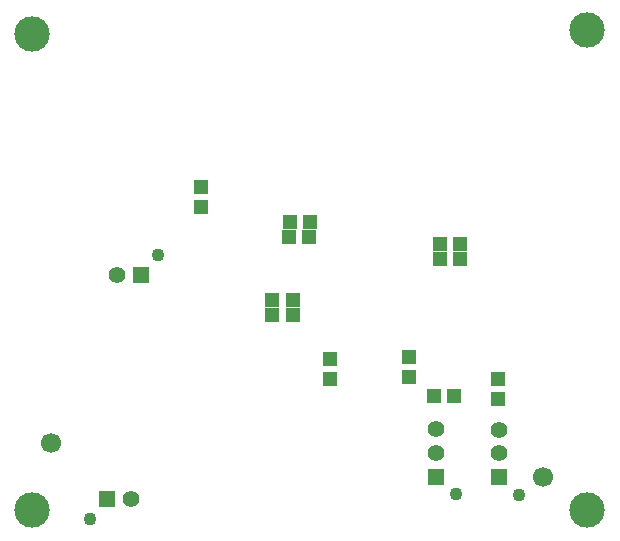
<source format=gbr>
G04 DipTrace 3.2.0.1*
G04 BottomMask.gbr*
%MOIN*%
G04 #@! TF.FileFunction,Soldermask,Bot*
G04 #@! TF.Part,Single*
%ADD51C,0.043307*%
%ADD52C,0.11811*%
%ADD53C,0.066929*%
%ADD79C,0.055118*%
%ADD81R,0.055118X0.055118*%
%ADD91R,0.047244X0.051181*%
%ADD93R,0.051181X0.047244*%
%FSLAX26Y26*%
G04*
G70*
G90*
G75*
G01*
G04 BotMask*
%LPD*%
D93*
X1418701Y1456201D3*
X1351772D3*
X1414272Y1406201D3*
X1347343D3*
D91*
X1483858Y1000000D3*
Y933071D3*
D93*
X1918701Y1381201D3*
X1851772D3*
X1918701Y1331201D3*
X1851772D3*
D91*
X1750055Y1006241D3*
Y939312D3*
D93*
X1293701Y1193701D3*
X1360630D3*
X1293701Y1143701D3*
X1360630D3*
D91*
X1056201Y1506201D3*
Y1573130D3*
D81*
X1837546Y606283D3*
D79*
Y685024D3*
Y763764D3*
D51*
X1904475Y547228D3*
D81*
X743701Y531201D3*
D79*
X822441D3*
D51*
X684646Y464272D3*
D81*
X853937Y1277461D3*
D79*
X775197D3*
D51*
X912992Y1344390D3*
D81*
X2050024Y605037D3*
D79*
Y683777D3*
Y762517D3*
D51*
X2116953Y545982D3*
D93*
X1900039Y875005D3*
X1833110D3*
D91*
X2043774Y931249D3*
Y864320D3*
D52*
X2343701Y2093701D3*
X493701Y2081201D3*
Y493701D3*
X2343701D3*
D53*
X556430Y718772D3*
X2193759Y606283D3*
M02*

</source>
